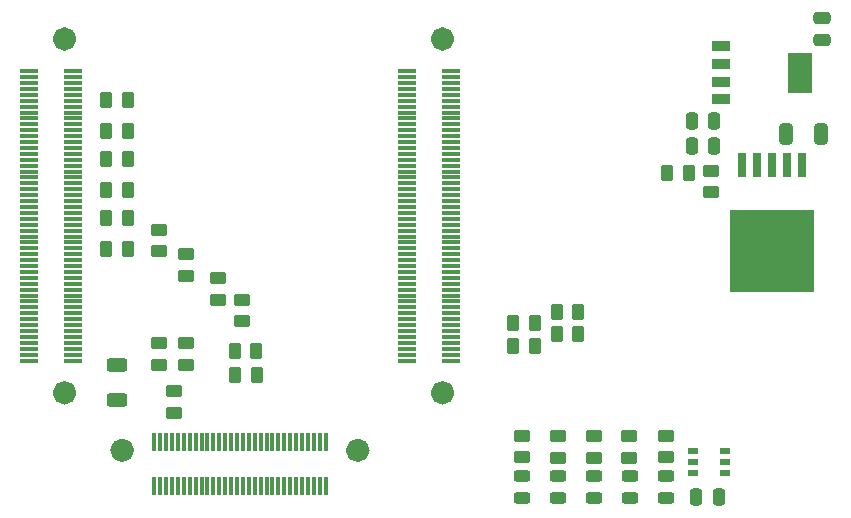
<source format=gtp>
%TF.GenerationSoftware,KiCad,Pcbnew,8.0.1-8.0.1-1~ubuntu22.04.1*%
%TF.CreationDate,2024-03-27T04:29:35+01:00*%
%TF.ProjectId,som-exp-carrier,736f6d2d-6578-4702-9d63-617272696572,v1.0*%
%TF.SameCoordinates,Original*%
%TF.FileFunction,Paste,Top*%
%TF.FilePolarity,Positive*%
%FSLAX46Y46*%
G04 Gerber Fmt 4.6, Leading zero omitted, Abs format (unit mm)*
G04 Created by KiCad (PCBNEW 8.0.1-8.0.1-1~ubuntu22.04.1) date 2024-03-27 04:29:35*
%MOMM*%
%LPD*%
G01*
G04 APERTURE LIST*
G04 Aperture macros list*
%AMRoundRect*
0 Rectangle with rounded corners*
0 $1 Rounding radius*
0 $2 $3 $4 $5 $6 $7 $8 $9 X,Y pos of 4 corners*
0 Add a 4 corners polygon primitive as box body*
4,1,4,$2,$3,$4,$5,$6,$7,$8,$9,$2,$3,0*
0 Add four circle primitives for the rounded corners*
1,1,$1+$1,$2,$3*
1,1,$1+$1,$4,$5*
1,1,$1+$1,$6,$7*
1,1,$1+$1,$8,$9*
0 Add four rect primitives between the rounded corners*
20,1,$1+$1,$2,$3,$4,$5,0*
20,1,$1+$1,$4,$5,$6,$7,0*
20,1,$1+$1,$6,$7,$8,$9,0*
20,1,$1+$1,$8,$9,$2,$3,0*%
G04 Aperture macros list end*
%ADD10C,1.000000*%
%ADD11RoundRect,0.250000X-0.262500X-0.450000X0.262500X-0.450000X0.262500X0.450000X-0.262500X0.450000X0*%
%ADD12RoundRect,0.243750X0.456250X-0.243750X0.456250X0.243750X-0.456250X0.243750X-0.456250X-0.243750X0*%
%ADD13RoundRect,0.250000X-0.325000X-0.650000X0.325000X-0.650000X0.325000X0.650000X-0.325000X0.650000X0*%
%ADD14RoundRect,0.250000X0.262500X0.450000X-0.262500X0.450000X-0.262500X-0.450000X0.262500X-0.450000X0*%
%ADD15RoundRect,0.250000X0.250000X0.475000X-0.250000X0.475000X-0.250000X-0.475000X0.250000X-0.475000X0*%
%ADD16R,1.500000X0.300000*%
%ADD17RoundRect,0.250000X0.450000X-0.262500X0.450000X0.262500X-0.450000X0.262500X-0.450000X-0.262500X0*%
%ADD18RoundRect,0.250000X-0.450000X0.262500X-0.450000X-0.262500X0.450000X-0.262500X0.450000X0.262500X0*%
%ADD19R,1.588999X0.847400*%
%ADD20R,2.094096X3.400000*%
%ADD21R,0.972299X0.558000*%
%ADD22RoundRect,0.250000X-0.475000X0.250000X-0.475000X-0.250000X0.475000X-0.250000X0.475000X0.250000X0*%
%ADD23RoundRect,0.250000X-0.625000X0.312500X-0.625000X-0.312500X0.625000X-0.312500X0.625000X0.312500X0*%
%ADD24R,0.300000X1.500000*%
%ADD25R,0.760000X2.000000*%
%ADD26R,7.100000X6.925000*%
G04 APERTURE END LIST*
D10*
%TO.C,JB1*%
X92075969Y-54259031D02*
G75*
G02*
X91075969Y-54259031I-500000J0D01*
G01*
X91075969Y-54259031D02*
G75*
G02*
X92075969Y-54259031I500000J0D01*
G01*
X92075969Y-84209031D02*
G75*
G02*
X91075969Y-84209031I-500000J0D01*
G01*
X91075969Y-84209031D02*
G75*
G02*
X92075969Y-84209031I500000J0D01*
G01*
%TO.C,JB2*%
X60075969Y-54259031D02*
G75*
G02*
X59075969Y-54259031I-500000J0D01*
G01*
X59075969Y-54259031D02*
G75*
G02*
X60075969Y-54259031I500000J0D01*
G01*
X60075969Y-84209031D02*
G75*
G02*
X59075969Y-84209031I-500000J0D01*
G01*
X59075969Y-84209031D02*
G75*
G02*
X60075969Y-84209031I500000J0D01*
G01*
%TO.C,JB3*%
X64950969Y-89084031D02*
G75*
G02*
X63950969Y-89084031I-500000J0D01*
G01*
X63950969Y-89084031D02*
G75*
G02*
X64950969Y-89084031I500000J0D01*
G01*
X84900969Y-89084031D02*
G75*
G02*
X83900969Y-89084031I-500000J0D01*
G01*
X83900969Y-89084031D02*
G75*
G02*
X84900969Y-89084031I500000J0D01*
G01*
%TD*%
D11*
%TO.C,R25*%
X63113469Y-69434031D03*
X64938469Y-69434031D03*
%TD*%
D12*
%TO.C,D4*%
X107415969Y-93156531D03*
X107415969Y-91281531D03*
%TD*%
D13*
%TO.C,C19*%
X120680969Y-62274031D03*
X123630969Y-62274031D03*
%TD*%
D14*
%TO.C,R2*%
X103065969Y-77334031D03*
X101240969Y-77334031D03*
%TD*%
D11*
%TO.C,R30*%
X63113469Y-64434031D03*
X64938469Y-64434031D03*
%TD*%
D15*
%TO.C,C20*%
X114575969Y-63334031D03*
X112675969Y-63334031D03*
%TD*%
D16*
%TO.C,JB1*%
X88575969Y-81484031D03*
X92275969Y-81484031D03*
X88575969Y-80984031D03*
X92275969Y-80984031D03*
X88575969Y-80484031D03*
X92275969Y-80484031D03*
X88575969Y-79984031D03*
X92275969Y-79984031D03*
X88575969Y-79484031D03*
X92275969Y-79484031D03*
X88575969Y-78984031D03*
X92275969Y-78984031D03*
X88575969Y-78484031D03*
X92275969Y-78484031D03*
X88575969Y-77984031D03*
X92275969Y-77984031D03*
X88575969Y-77484031D03*
X92275969Y-77484031D03*
X88575969Y-76984031D03*
X92275969Y-76984031D03*
X88575969Y-76484031D03*
X92275969Y-76484031D03*
X88575969Y-75984031D03*
X92275969Y-75984031D03*
X88575969Y-75484031D03*
X92275969Y-75484031D03*
X88575969Y-74984031D03*
X92275969Y-74984031D03*
X88575969Y-74484031D03*
X92275969Y-74484031D03*
X88575969Y-73984031D03*
X92275969Y-73984031D03*
X88575969Y-73484031D03*
X92275969Y-73484031D03*
X88575969Y-72984031D03*
X92275969Y-72984031D03*
X88575969Y-72484031D03*
X92275969Y-72484031D03*
X88575969Y-71984031D03*
X92275969Y-71984031D03*
X88575969Y-71484031D03*
X92275969Y-71484031D03*
X88575969Y-70984031D03*
X92275969Y-70984031D03*
X88575969Y-70484031D03*
X92275969Y-70484031D03*
X88575969Y-69984031D03*
X92275969Y-69984031D03*
X88575969Y-69484031D03*
X92275969Y-69484031D03*
X88575969Y-68984031D03*
X92275969Y-68984031D03*
X88575969Y-68484031D03*
X92275969Y-68484031D03*
X88575969Y-67984031D03*
X92275969Y-67984031D03*
X88575969Y-67484031D03*
X92275969Y-67484031D03*
X88575969Y-66984031D03*
X92275969Y-66984031D03*
X88575969Y-66484031D03*
X92275969Y-66484031D03*
X88575969Y-65984031D03*
X92275969Y-65984031D03*
X88575969Y-65484031D03*
X92275969Y-65484031D03*
X88575969Y-64984031D03*
X92275969Y-64984031D03*
X88575969Y-64484031D03*
X92275969Y-64484031D03*
X88575969Y-63984031D03*
X92275969Y-63984031D03*
X88575969Y-63484031D03*
X92275969Y-63484031D03*
X88575969Y-62984031D03*
X92275969Y-62984031D03*
X88575969Y-62484031D03*
X92275969Y-62484031D03*
X88575969Y-61984031D03*
X92275969Y-61984031D03*
X88575969Y-61484031D03*
X92275969Y-61484031D03*
X88575969Y-60984031D03*
X92275969Y-60984031D03*
X88575969Y-60484031D03*
X92275969Y-60484031D03*
X88575969Y-59984031D03*
X92275969Y-59984031D03*
X88575969Y-59484031D03*
X92275969Y-59484031D03*
X88575969Y-58984031D03*
X92275969Y-58984031D03*
X88575969Y-58484031D03*
X92275969Y-58484031D03*
X88575969Y-57984031D03*
X92275969Y-57984031D03*
X88575969Y-57484031D03*
X92275969Y-57484031D03*
X88575969Y-56984031D03*
X92275969Y-56984031D03*
%TD*%
D14*
%TO.C,R44*%
X112425969Y-65634031D03*
X110600969Y-65634031D03*
%TD*%
D17*
%TO.C,R11*%
X104365969Y-89736531D03*
X104365969Y-87911531D03*
%TD*%
%TO.C,R14*%
X110455969Y-89666531D03*
X110455969Y-87841531D03*
%TD*%
D11*
%TO.C,R32*%
X63113469Y-59434031D03*
X64938469Y-59434031D03*
%TD*%
D17*
%TO.C,R41*%
X67538827Y-72221531D03*
X67538827Y-70396531D03*
%TD*%
D18*
%TO.C,R35*%
X69886685Y-80031531D03*
X69886685Y-81856531D03*
%TD*%
D12*
%TO.C,D1*%
X98295969Y-93156531D03*
X98295969Y-91281531D03*
%TD*%
D19*
%TO.C,U11*%
X115180519Y-54874030D03*
X115180519Y-56374030D03*
X115180519Y-57874029D03*
X115180519Y-59374032D03*
D20*
X121833868Y-57124031D03*
%TD*%
D12*
%TO.C,D3*%
X104375969Y-93156531D03*
X104375969Y-91281531D03*
%TD*%
D17*
%TO.C,R39*%
X72555969Y-76326531D03*
X72555969Y-74501531D03*
%TD*%
%TO.C,R4*%
X68805969Y-85896531D03*
X68805969Y-84071531D03*
%TD*%
D18*
%TO.C,R34*%
X67529537Y-80031531D03*
X67529537Y-81856531D03*
%TD*%
D11*
%TO.C,R1*%
X97543469Y-78334031D03*
X99368469Y-78334031D03*
%TD*%
D15*
%TO.C,C8*%
X114975969Y-93044031D03*
X113075969Y-93044031D03*
%TD*%
D14*
%TO.C,R18*%
X103058469Y-79204031D03*
X101233469Y-79204031D03*
%TD*%
D11*
%TO.C,R3*%
X97553469Y-80244031D03*
X99378469Y-80244031D03*
%TD*%
%TO.C,R28*%
X63113469Y-67034031D03*
X64938469Y-67034031D03*
%TD*%
%TO.C,R31*%
X63113469Y-62034031D03*
X64938469Y-62034031D03*
%TD*%
D15*
%TO.C,C16*%
X114575969Y-61234031D03*
X112675969Y-61234031D03*
%TD*%
D16*
%TO.C,JB2*%
X56575969Y-81484031D03*
X60275969Y-81484031D03*
X56575969Y-80984031D03*
X60275969Y-80984031D03*
X56575969Y-80484031D03*
X60275969Y-80484031D03*
X56575969Y-79984031D03*
X60275969Y-79984031D03*
X56575969Y-79484031D03*
X60275969Y-79484031D03*
X56575969Y-78984031D03*
X60275969Y-78984031D03*
X56575969Y-78484031D03*
X60275969Y-78484031D03*
X56575969Y-77984031D03*
X60275969Y-77984031D03*
X56575969Y-77484031D03*
X60275969Y-77484031D03*
X56575969Y-76984031D03*
X60275969Y-76984031D03*
X56575969Y-76484031D03*
X60275969Y-76484031D03*
X56575969Y-75984031D03*
X60275969Y-75984031D03*
X56575969Y-75484031D03*
X60275969Y-75484031D03*
X56575969Y-74984031D03*
X60275969Y-74984031D03*
X56575969Y-74484031D03*
X60275969Y-74484031D03*
X56575969Y-73984031D03*
X60275969Y-73984031D03*
X56575969Y-73484031D03*
X60275969Y-73484031D03*
X56575969Y-72984031D03*
X60275969Y-72984031D03*
X56575969Y-72484031D03*
X60275969Y-72484031D03*
X56575969Y-71984031D03*
X60275969Y-71984031D03*
X56575969Y-71484031D03*
X60275969Y-71484031D03*
X56575969Y-70984031D03*
X60275969Y-70984031D03*
X56575969Y-70484031D03*
X60275969Y-70484031D03*
X56575969Y-69984031D03*
X60275969Y-69984031D03*
X56575969Y-69484031D03*
X60275969Y-69484031D03*
X56575969Y-68984031D03*
X60275969Y-68984031D03*
X56575969Y-68484031D03*
X60275969Y-68484031D03*
X56575969Y-67984031D03*
X60275969Y-67984031D03*
X56575969Y-67484031D03*
X60275969Y-67484031D03*
X56575969Y-66984031D03*
X60275969Y-66984031D03*
X56575969Y-66484031D03*
X60275969Y-66484031D03*
X56575969Y-65984031D03*
X60275969Y-65984031D03*
X56575969Y-65484031D03*
X60275969Y-65484031D03*
X56575969Y-64984031D03*
X60275969Y-64984031D03*
X56575969Y-64484031D03*
X60275969Y-64484031D03*
X56575969Y-63984031D03*
X60275969Y-63984031D03*
X56575969Y-63484031D03*
X60275969Y-63484031D03*
X56575969Y-62984031D03*
X60275969Y-62984031D03*
X56575969Y-62484031D03*
X60275969Y-62484031D03*
X56575969Y-61984031D03*
X60275969Y-61984031D03*
X56575969Y-61484031D03*
X60275969Y-61484031D03*
X56575969Y-60984031D03*
X60275969Y-60984031D03*
X56575969Y-60484031D03*
X60275969Y-60484031D03*
X56575969Y-59984031D03*
X60275969Y-59984031D03*
X56575969Y-59484031D03*
X60275969Y-59484031D03*
X56575969Y-58984031D03*
X60275969Y-58984031D03*
X56575969Y-58484031D03*
X60275969Y-58484031D03*
X56575969Y-57984031D03*
X60275969Y-57984031D03*
X56575969Y-57484031D03*
X60275969Y-57484031D03*
X56575969Y-56984031D03*
X60275969Y-56984031D03*
%TD*%
D21*
%TO.C,U6*%
X112763518Y-89144030D03*
X112763518Y-90094031D03*
X112763518Y-91044032D03*
X115488420Y-91044032D03*
X115488420Y-90094031D03*
X115488420Y-89144030D03*
%TD*%
D12*
%TO.C,D2*%
X101335969Y-93156531D03*
X101335969Y-91281531D03*
%TD*%
D17*
%TO.C,R38*%
X74565969Y-78176531D03*
X74565969Y-76351531D03*
%TD*%
D11*
%TO.C,R24*%
X63113469Y-72034031D03*
X64938469Y-72034031D03*
%TD*%
D22*
%TO.C,C15*%
X123735969Y-52454031D03*
X123735969Y-54354031D03*
%TD*%
D17*
%TO.C,R9*%
X98275969Y-89666531D03*
X98275969Y-87841531D03*
%TD*%
D23*
%TO.C,R19*%
X64035969Y-81871531D03*
X64035969Y-84796531D03*
%TD*%
D12*
%TO.C,D5*%
X110455969Y-93156531D03*
X110455969Y-91281531D03*
%TD*%
D24*
%TO.C,JB3*%
X81675969Y-92084031D03*
X81675969Y-88384031D03*
X81175969Y-92084031D03*
X81175969Y-88384031D03*
X80675969Y-92084031D03*
X80675969Y-88384031D03*
X80175969Y-92084031D03*
X80175969Y-88384031D03*
X79675969Y-92084031D03*
X79675969Y-88384031D03*
X79175969Y-92084031D03*
X79175969Y-88384031D03*
X78675969Y-92084031D03*
X78675969Y-88384031D03*
X78175969Y-92084031D03*
X78175969Y-88384031D03*
X77675969Y-92084031D03*
X77675969Y-88384031D03*
X77175969Y-92084031D03*
X77175969Y-88384031D03*
X76675969Y-92084031D03*
X76675969Y-88384031D03*
X76175969Y-92084031D03*
X76175969Y-88384031D03*
X75675969Y-92084031D03*
X75675969Y-88384031D03*
X75175969Y-92084031D03*
X75175969Y-88384031D03*
X74675969Y-92084031D03*
X74675969Y-88384031D03*
X74175969Y-92084031D03*
X74175969Y-88384031D03*
X73675969Y-92084031D03*
X73675969Y-88384031D03*
X73175969Y-92084031D03*
X73175969Y-88384031D03*
X72675969Y-92084031D03*
X72675969Y-88384031D03*
X72175969Y-92084031D03*
X72175969Y-88384031D03*
X71675969Y-92084031D03*
X71675969Y-88384031D03*
X71175969Y-92084031D03*
X71175969Y-88384031D03*
X70675969Y-92084031D03*
X70675969Y-88384031D03*
X70175969Y-92084031D03*
X70175969Y-88384031D03*
X69675969Y-92084031D03*
X69675969Y-88384031D03*
X69175969Y-92084031D03*
X69175969Y-88384031D03*
X68675969Y-92084031D03*
X68675969Y-88384031D03*
X68175969Y-92084031D03*
X68175969Y-88384031D03*
X67675969Y-92084031D03*
X67675969Y-88384031D03*
X67175969Y-92084031D03*
X67175969Y-88384031D03*
%TD*%
D17*
%TO.C,R43*%
X114313469Y-67246531D03*
X114313469Y-65421531D03*
%TD*%
%TO.C,R10*%
X101315969Y-89706531D03*
X101315969Y-87881531D03*
%TD*%
%TO.C,R12*%
X107405969Y-89726531D03*
X107405969Y-87901531D03*
%TD*%
D25*
%TO.C,U12*%
X121995969Y-64934031D03*
X120725969Y-64934031D03*
X119455969Y-64934031D03*
X118185969Y-64934031D03*
X116915969Y-64934031D03*
D26*
X119455969Y-72246531D03*
%TD*%
D17*
%TO.C,R40*%
X69815969Y-74326531D03*
X69815969Y-72501531D03*
%TD*%
D11*
%TO.C,R37*%
X74023469Y-82744031D03*
X75848469Y-82744031D03*
%TD*%
%TO.C,R36*%
X73993469Y-80704031D03*
X75818469Y-80704031D03*
%TD*%
M02*

</source>
